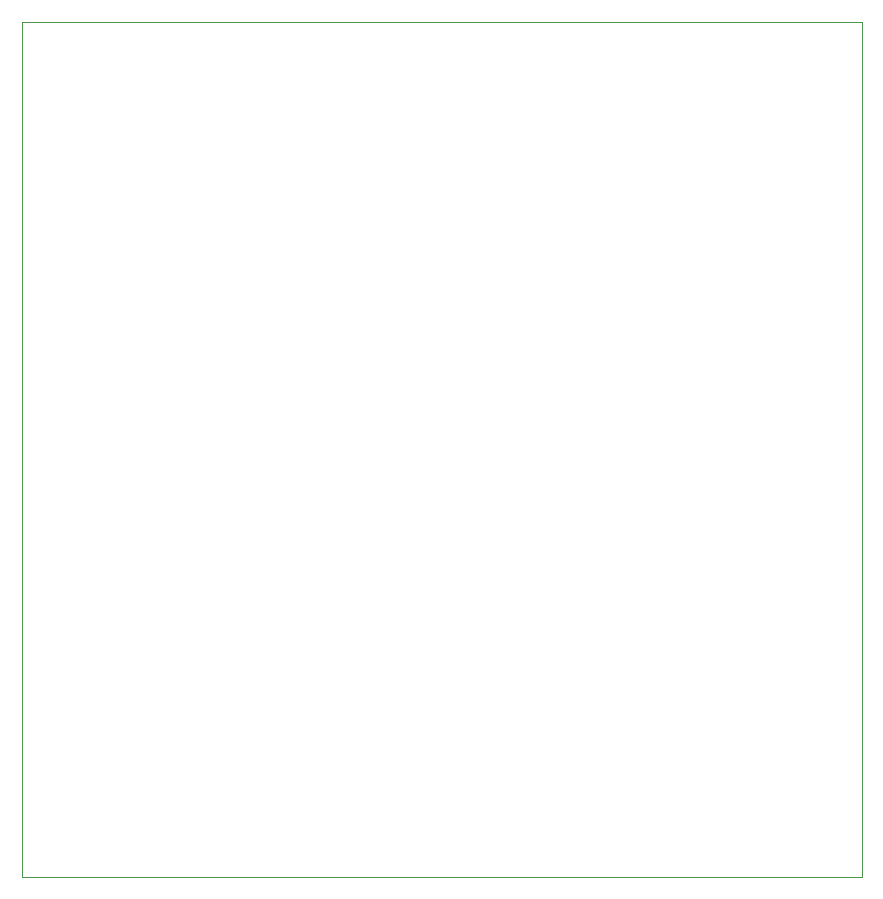
<source format=gm1>
%TF.GenerationSoftware,KiCad,Pcbnew,7.0.8*%
%TF.CreationDate,2023-11-30T19:21:54+00:00*%
%TF.ProjectId,mainboard,6d61696e-626f-4617-9264-2e6b69636164,rev?*%
%TF.SameCoordinates,Original*%
%TF.FileFunction,Profile,NP*%
%FSLAX46Y46*%
G04 Gerber Fmt 4.6, Leading zero omitted, Abs format (unit mm)*
G04 Created by KiCad (PCBNEW 7.0.8) date 2023-11-30 19:21:54*
%MOMM*%
%LPD*%
G01*
G04 APERTURE LIST*
%TA.AperFunction,Profile*%
%ADD10C,0.100000*%
%TD*%
G04 APERTURE END LIST*
D10*
X107030000Y-56800000D02*
X178150000Y-56800000D01*
X178150000Y-129190000D01*
X107030000Y-129190000D01*
X107030000Y-56800000D01*
M02*

</source>
